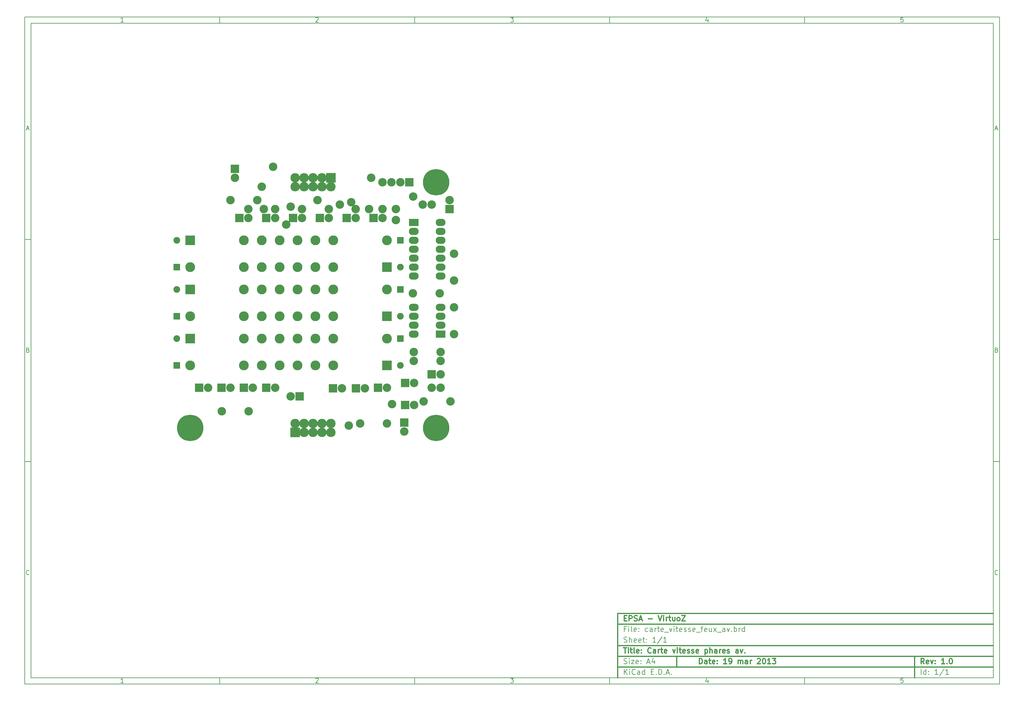
<source format=gts>
G04 (created by PCBNEW-RS274X (2012-01-19 BZR 3256)-stable) date 19/03/2013 15:01:36*
G01*
G70*
G90*
%MOIN*%
G04 Gerber Fmt 3.4, Leading zero omitted, Abs format*
%FSLAX34Y34*%
G04 APERTURE LIST*
%ADD10C,0.006000*%
%ADD11C,0.012000*%
%ADD12C,0.095000*%
%ADD13R,0.095000X0.095000*%
%ADD14R,0.110000X0.082000*%
%ADD15O,0.110000X0.082000*%
%ADD16C,0.295600*%
%ADD17R,0.110000X0.110000*%
%ADD18C,0.110000*%
%ADD19R,0.075000X0.075000*%
%ADD20C,0.075000*%
%ADD21R,0.105000X0.105000*%
%ADD22C,0.105000*%
G04 APERTURE END LIST*
G54D10*
X04000Y-04000D02*
X113000Y-04000D01*
X113000Y-78670D01*
X04000Y-78670D01*
X04000Y-04000D01*
X04700Y-04700D02*
X112300Y-04700D01*
X112300Y-77970D01*
X04700Y-77970D01*
X04700Y-04700D01*
X25800Y-04000D02*
X25800Y-04700D01*
X15043Y-04552D02*
X14757Y-04552D01*
X14900Y-04552D02*
X14900Y-04052D01*
X14852Y-04124D01*
X14805Y-04171D01*
X14757Y-04195D01*
X25800Y-78670D02*
X25800Y-77970D01*
X15043Y-78522D02*
X14757Y-78522D01*
X14900Y-78522D02*
X14900Y-78022D01*
X14852Y-78094D01*
X14805Y-78141D01*
X14757Y-78165D01*
X47600Y-04000D02*
X47600Y-04700D01*
X36557Y-04100D02*
X36581Y-04076D01*
X36629Y-04052D01*
X36748Y-04052D01*
X36795Y-04076D01*
X36819Y-04100D01*
X36843Y-04148D01*
X36843Y-04195D01*
X36819Y-04267D01*
X36533Y-04552D01*
X36843Y-04552D01*
X47600Y-78670D02*
X47600Y-77970D01*
X36557Y-78070D02*
X36581Y-78046D01*
X36629Y-78022D01*
X36748Y-78022D01*
X36795Y-78046D01*
X36819Y-78070D01*
X36843Y-78118D01*
X36843Y-78165D01*
X36819Y-78237D01*
X36533Y-78522D01*
X36843Y-78522D01*
X69400Y-04000D02*
X69400Y-04700D01*
X58333Y-04052D02*
X58643Y-04052D01*
X58476Y-04243D01*
X58548Y-04243D01*
X58595Y-04267D01*
X58619Y-04290D01*
X58643Y-04338D01*
X58643Y-04457D01*
X58619Y-04505D01*
X58595Y-04529D01*
X58548Y-04552D01*
X58405Y-04552D01*
X58357Y-04529D01*
X58333Y-04505D01*
X69400Y-78670D02*
X69400Y-77970D01*
X58333Y-78022D02*
X58643Y-78022D01*
X58476Y-78213D01*
X58548Y-78213D01*
X58595Y-78237D01*
X58619Y-78260D01*
X58643Y-78308D01*
X58643Y-78427D01*
X58619Y-78475D01*
X58595Y-78499D01*
X58548Y-78522D01*
X58405Y-78522D01*
X58357Y-78499D01*
X58333Y-78475D01*
X91200Y-04000D02*
X91200Y-04700D01*
X80395Y-04219D02*
X80395Y-04552D01*
X80276Y-04029D02*
X80157Y-04386D01*
X80467Y-04386D01*
X91200Y-78670D02*
X91200Y-77970D01*
X80395Y-78189D02*
X80395Y-78522D01*
X80276Y-77999D02*
X80157Y-78356D01*
X80467Y-78356D01*
X102219Y-04052D02*
X101981Y-04052D01*
X101957Y-04290D01*
X101981Y-04267D01*
X102029Y-04243D01*
X102148Y-04243D01*
X102195Y-04267D01*
X102219Y-04290D01*
X102243Y-04338D01*
X102243Y-04457D01*
X102219Y-04505D01*
X102195Y-04529D01*
X102148Y-04552D01*
X102029Y-04552D01*
X101981Y-04529D01*
X101957Y-04505D01*
X102219Y-78022D02*
X101981Y-78022D01*
X101957Y-78260D01*
X101981Y-78237D01*
X102029Y-78213D01*
X102148Y-78213D01*
X102195Y-78237D01*
X102219Y-78260D01*
X102243Y-78308D01*
X102243Y-78427D01*
X102219Y-78475D01*
X102195Y-78499D01*
X102148Y-78522D01*
X102029Y-78522D01*
X101981Y-78499D01*
X101957Y-78475D01*
X04000Y-28890D02*
X04700Y-28890D01*
X04231Y-16510D02*
X04469Y-16510D01*
X04184Y-16652D02*
X04350Y-16152D01*
X04517Y-16652D01*
X113000Y-28890D02*
X112300Y-28890D01*
X112531Y-16510D02*
X112769Y-16510D01*
X112484Y-16652D02*
X112650Y-16152D01*
X112817Y-16652D01*
X04000Y-53780D02*
X04700Y-53780D01*
X04386Y-41280D02*
X04457Y-41304D01*
X04481Y-41328D01*
X04505Y-41376D01*
X04505Y-41447D01*
X04481Y-41495D01*
X04457Y-41519D01*
X04410Y-41542D01*
X04219Y-41542D01*
X04219Y-41042D01*
X04386Y-41042D01*
X04433Y-41066D01*
X04457Y-41090D01*
X04481Y-41138D01*
X04481Y-41185D01*
X04457Y-41233D01*
X04433Y-41257D01*
X04386Y-41280D01*
X04219Y-41280D01*
X113000Y-53780D02*
X112300Y-53780D01*
X112686Y-41280D02*
X112757Y-41304D01*
X112781Y-41328D01*
X112805Y-41376D01*
X112805Y-41447D01*
X112781Y-41495D01*
X112757Y-41519D01*
X112710Y-41542D01*
X112519Y-41542D01*
X112519Y-41042D01*
X112686Y-41042D01*
X112733Y-41066D01*
X112757Y-41090D01*
X112781Y-41138D01*
X112781Y-41185D01*
X112757Y-41233D01*
X112733Y-41257D01*
X112686Y-41280D01*
X112519Y-41280D01*
X04505Y-66385D02*
X04481Y-66409D01*
X04410Y-66432D01*
X04362Y-66432D01*
X04290Y-66409D01*
X04243Y-66361D01*
X04219Y-66313D01*
X04195Y-66218D01*
X04195Y-66147D01*
X04219Y-66051D01*
X04243Y-66004D01*
X04290Y-65956D01*
X04362Y-65932D01*
X04410Y-65932D01*
X04481Y-65956D01*
X04505Y-65980D01*
X112805Y-66385D02*
X112781Y-66409D01*
X112710Y-66432D01*
X112662Y-66432D01*
X112590Y-66409D01*
X112543Y-66361D01*
X112519Y-66313D01*
X112495Y-66218D01*
X112495Y-66147D01*
X112519Y-66051D01*
X112543Y-66004D01*
X112590Y-65956D01*
X112662Y-65932D01*
X112710Y-65932D01*
X112781Y-65956D01*
X112805Y-65980D01*
G54D11*
X79443Y-76413D02*
X79443Y-75813D01*
X79586Y-75813D01*
X79671Y-75841D01*
X79729Y-75899D01*
X79757Y-75956D01*
X79786Y-76070D01*
X79786Y-76156D01*
X79757Y-76270D01*
X79729Y-76327D01*
X79671Y-76384D01*
X79586Y-76413D01*
X79443Y-76413D01*
X80300Y-76413D02*
X80300Y-76099D01*
X80271Y-76041D01*
X80214Y-76013D01*
X80100Y-76013D01*
X80043Y-76041D01*
X80300Y-76384D02*
X80243Y-76413D01*
X80100Y-76413D01*
X80043Y-76384D01*
X80014Y-76327D01*
X80014Y-76270D01*
X80043Y-76213D01*
X80100Y-76184D01*
X80243Y-76184D01*
X80300Y-76156D01*
X80500Y-76013D02*
X80729Y-76013D01*
X80586Y-75813D02*
X80586Y-76327D01*
X80614Y-76384D01*
X80672Y-76413D01*
X80729Y-76413D01*
X81157Y-76384D02*
X81100Y-76413D01*
X80986Y-76413D01*
X80929Y-76384D01*
X80900Y-76327D01*
X80900Y-76099D01*
X80929Y-76041D01*
X80986Y-76013D01*
X81100Y-76013D01*
X81157Y-76041D01*
X81186Y-76099D01*
X81186Y-76156D01*
X80900Y-76213D01*
X81443Y-76356D02*
X81471Y-76384D01*
X81443Y-76413D01*
X81414Y-76384D01*
X81443Y-76356D01*
X81443Y-76413D01*
X81443Y-76041D02*
X81471Y-76070D01*
X81443Y-76099D01*
X81414Y-76070D01*
X81443Y-76041D01*
X81443Y-76099D01*
X82500Y-76413D02*
X82157Y-76413D01*
X82329Y-76413D02*
X82329Y-75813D01*
X82272Y-75899D01*
X82214Y-75956D01*
X82157Y-75984D01*
X82785Y-76413D02*
X82900Y-76413D01*
X82957Y-76384D01*
X82985Y-76356D01*
X83043Y-76270D01*
X83071Y-76156D01*
X83071Y-75927D01*
X83043Y-75870D01*
X83014Y-75841D01*
X82957Y-75813D01*
X82843Y-75813D01*
X82785Y-75841D01*
X82757Y-75870D01*
X82728Y-75927D01*
X82728Y-76070D01*
X82757Y-76127D01*
X82785Y-76156D01*
X82843Y-76184D01*
X82957Y-76184D01*
X83014Y-76156D01*
X83043Y-76127D01*
X83071Y-76070D01*
X83785Y-76413D02*
X83785Y-76013D01*
X83785Y-76070D02*
X83813Y-76041D01*
X83871Y-76013D01*
X83956Y-76013D01*
X84013Y-76041D01*
X84042Y-76099D01*
X84042Y-76413D01*
X84042Y-76099D02*
X84071Y-76041D01*
X84128Y-76013D01*
X84213Y-76013D01*
X84271Y-76041D01*
X84299Y-76099D01*
X84299Y-76413D01*
X84842Y-76413D02*
X84842Y-76099D01*
X84813Y-76041D01*
X84756Y-76013D01*
X84642Y-76013D01*
X84585Y-76041D01*
X84842Y-76384D02*
X84785Y-76413D01*
X84642Y-76413D01*
X84585Y-76384D01*
X84556Y-76327D01*
X84556Y-76270D01*
X84585Y-76213D01*
X84642Y-76184D01*
X84785Y-76184D01*
X84842Y-76156D01*
X85128Y-76413D02*
X85128Y-76013D01*
X85128Y-76127D02*
X85156Y-76070D01*
X85185Y-76041D01*
X85242Y-76013D01*
X85299Y-76013D01*
X85927Y-75870D02*
X85956Y-75841D01*
X86013Y-75813D01*
X86156Y-75813D01*
X86213Y-75841D01*
X86242Y-75870D01*
X86270Y-75927D01*
X86270Y-75984D01*
X86242Y-76070D01*
X85899Y-76413D01*
X86270Y-76413D01*
X86641Y-75813D02*
X86698Y-75813D01*
X86755Y-75841D01*
X86784Y-75870D01*
X86813Y-75927D01*
X86841Y-76041D01*
X86841Y-76184D01*
X86813Y-76299D01*
X86784Y-76356D01*
X86755Y-76384D01*
X86698Y-76413D01*
X86641Y-76413D01*
X86584Y-76384D01*
X86555Y-76356D01*
X86527Y-76299D01*
X86498Y-76184D01*
X86498Y-76041D01*
X86527Y-75927D01*
X86555Y-75870D01*
X86584Y-75841D01*
X86641Y-75813D01*
X87412Y-76413D02*
X87069Y-76413D01*
X87241Y-76413D02*
X87241Y-75813D01*
X87184Y-75899D01*
X87126Y-75956D01*
X87069Y-75984D01*
X87612Y-75813D02*
X87983Y-75813D01*
X87783Y-76041D01*
X87869Y-76041D01*
X87926Y-76070D01*
X87955Y-76099D01*
X87983Y-76156D01*
X87983Y-76299D01*
X87955Y-76356D01*
X87926Y-76384D01*
X87869Y-76413D01*
X87697Y-76413D01*
X87640Y-76384D01*
X87612Y-76356D01*
G54D10*
X71043Y-77613D02*
X71043Y-77013D01*
X71386Y-77613D02*
X71129Y-77270D01*
X71386Y-77013D02*
X71043Y-77356D01*
X71643Y-77613D02*
X71643Y-77213D01*
X71643Y-77013D02*
X71614Y-77041D01*
X71643Y-77070D01*
X71671Y-77041D01*
X71643Y-77013D01*
X71643Y-77070D01*
X72272Y-77556D02*
X72243Y-77584D01*
X72157Y-77613D01*
X72100Y-77613D01*
X72015Y-77584D01*
X71957Y-77527D01*
X71929Y-77470D01*
X71900Y-77356D01*
X71900Y-77270D01*
X71929Y-77156D01*
X71957Y-77099D01*
X72015Y-77041D01*
X72100Y-77013D01*
X72157Y-77013D01*
X72243Y-77041D01*
X72272Y-77070D01*
X72786Y-77613D02*
X72786Y-77299D01*
X72757Y-77241D01*
X72700Y-77213D01*
X72586Y-77213D01*
X72529Y-77241D01*
X72786Y-77584D02*
X72729Y-77613D01*
X72586Y-77613D01*
X72529Y-77584D01*
X72500Y-77527D01*
X72500Y-77470D01*
X72529Y-77413D01*
X72586Y-77384D01*
X72729Y-77384D01*
X72786Y-77356D01*
X73329Y-77613D02*
X73329Y-77013D01*
X73329Y-77584D02*
X73272Y-77613D01*
X73158Y-77613D01*
X73100Y-77584D01*
X73072Y-77556D01*
X73043Y-77499D01*
X73043Y-77327D01*
X73072Y-77270D01*
X73100Y-77241D01*
X73158Y-77213D01*
X73272Y-77213D01*
X73329Y-77241D01*
X74072Y-77299D02*
X74272Y-77299D01*
X74358Y-77613D02*
X74072Y-77613D01*
X74072Y-77013D01*
X74358Y-77013D01*
X74615Y-77556D02*
X74643Y-77584D01*
X74615Y-77613D01*
X74586Y-77584D01*
X74615Y-77556D01*
X74615Y-77613D01*
X74901Y-77613D02*
X74901Y-77013D01*
X75044Y-77013D01*
X75129Y-77041D01*
X75187Y-77099D01*
X75215Y-77156D01*
X75244Y-77270D01*
X75244Y-77356D01*
X75215Y-77470D01*
X75187Y-77527D01*
X75129Y-77584D01*
X75044Y-77613D01*
X74901Y-77613D01*
X75501Y-77556D02*
X75529Y-77584D01*
X75501Y-77613D01*
X75472Y-77584D01*
X75501Y-77556D01*
X75501Y-77613D01*
X75758Y-77441D02*
X76044Y-77441D01*
X75701Y-77613D02*
X75901Y-77013D01*
X76101Y-77613D01*
X76301Y-77556D02*
X76329Y-77584D01*
X76301Y-77613D01*
X76272Y-77584D01*
X76301Y-77556D01*
X76301Y-77613D01*
G54D11*
X104586Y-76413D02*
X104386Y-76127D01*
X104243Y-76413D02*
X104243Y-75813D01*
X104471Y-75813D01*
X104529Y-75841D01*
X104557Y-75870D01*
X104586Y-75927D01*
X104586Y-76013D01*
X104557Y-76070D01*
X104529Y-76099D01*
X104471Y-76127D01*
X104243Y-76127D01*
X105071Y-76384D02*
X105014Y-76413D01*
X104900Y-76413D01*
X104843Y-76384D01*
X104814Y-76327D01*
X104814Y-76099D01*
X104843Y-76041D01*
X104900Y-76013D01*
X105014Y-76013D01*
X105071Y-76041D01*
X105100Y-76099D01*
X105100Y-76156D01*
X104814Y-76213D01*
X105300Y-76013D02*
X105443Y-76413D01*
X105585Y-76013D01*
X105814Y-76356D02*
X105842Y-76384D01*
X105814Y-76413D01*
X105785Y-76384D01*
X105814Y-76356D01*
X105814Y-76413D01*
X105814Y-76041D02*
X105842Y-76070D01*
X105814Y-76099D01*
X105785Y-76070D01*
X105814Y-76041D01*
X105814Y-76099D01*
X106871Y-76413D02*
X106528Y-76413D01*
X106700Y-76413D02*
X106700Y-75813D01*
X106643Y-75899D01*
X106585Y-75956D01*
X106528Y-75984D01*
X107128Y-76356D02*
X107156Y-76384D01*
X107128Y-76413D01*
X107099Y-76384D01*
X107128Y-76356D01*
X107128Y-76413D01*
X107528Y-75813D02*
X107585Y-75813D01*
X107642Y-75841D01*
X107671Y-75870D01*
X107700Y-75927D01*
X107728Y-76041D01*
X107728Y-76184D01*
X107700Y-76299D01*
X107671Y-76356D01*
X107642Y-76384D01*
X107585Y-76413D01*
X107528Y-76413D01*
X107471Y-76384D01*
X107442Y-76356D01*
X107414Y-76299D01*
X107385Y-76184D01*
X107385Y-76041D01*
X107414Y-75927D01*
X107442Y-75870D01*
X107471Y-75841D01*
X107528Y-75813D01*
G54D10*
X71014Y-76384D02*
X71100Y-76413D01*
X71243Y-76413D01*
X71300Y-76384D01*
X71329Y-76356D01*
X71357Y-76299D01*
X71357Y-76241D01*
X71329Y-76184D01*
X71300Y-76156D01*
X71243Y-76127D01*
X71129Y-76099D01*
X71071Y-76070D01*
X71043Y-76041D01*
X71014Y-75984D01*
X71014Y-75927D01*
X71043Y-75870D01*
X71071Y-75841D01*
X71129Y-75813D01*
X71271Y-75813D01*
X71357Y-75841D01*
X71614Y-76413D02*
X71614Y-76013D01*
X71614Y-75813D02*
X71585Y-75841D01*
X71614Y-75870D01*
X71642Y-75841D01*
X71614Y-75813D01*
X71614Y-75870D01*
X71843Y-76013D02*
X72157Y-76013D01*
X71843Y-76413D01*
X72157Y-76413D01*
X72614Y-76384D02*
X72557Y-76413D01*
X72443Y-76413D01*
X72386Y-76384D01*
X72357Y-76327D01*
X72357Y-76099D01*
X72386Y-76041D01*
X72443Y-76013D01*
X72557Y-76013D01*
X72614Y-76041D01*
X72643Y-76099D01*
X72643Y-76156D01*
X72357Y-76213D01*
X72900Y-76356D02*
X72928Y-76384D01*
X72900Y-76413D01*
X72871Y-76384D01*
X72900Y-76356D01*
X72900Y-76413D01*
X72900Y-76041D02*
X72928Y-76070D01*
X72900Y-76099D01*
X72871Y-76070D01*
X72900Y-76041D01*
X72900Y-76099D01*
X73614Y-76241D02*
X73900Y-76241D01*
X73557Y-76413D02*
X73757Y-75813D01*
X73957Y-76413D01*
X74414Y-76013D02*
X74414Y-76413D01*
X74271Y-75784D02*
X74128Y-76213D01*
X74500Y-76213D01*
X104243Y-77613D02*
X104243Y-77013D01*
X104786Y-77613D02*
X104786Y-77013D01*
X104786Y-77584D02*
X104729Y-77613D01*
X104615Y-77613D01*
X104557Y-77584D01*
X104529Y-77556D01*
X104500Y-77499D01*
X104500Y-77327D01*
X104529Y-77270D01*
X104557Y-77241D01*
X104615Y-77213D01*
X104729Y-77213D01*
X104786Y-77241D01*
X105072Y-77556D02*
X105100Y-77584D01*
X105072Y-77613D01*
X105043Y-77584D01*
X105072Y-77556D01*
X105072Y-77613D01*
X105072Y-77241D02*
X105100Y-77270D01*
X105072Y-77299D01*
X105043Y-77270D01*
X105072Y-77241D01*
X105072Y-77299D01*
X106129Y-77613D02*
X105786Y-77613D01*
X105958Y-77613D02*
X105958Y-77013D01*
X105901Y-77099D01*
X105843Y-77156D01*
X105786Y-77184D01*
X106814Y-76984D02*
X106300Y-77756D01*
X107329Y-77613D02*
X106986Y-77613D01*
X107158Y-77613D02*
X107158Y-77013D01*
X107101Y-77099D01*
X107043Y-77156D01*
X106986Y-77184D01*
G54D11*
X70957Y-74613D02*
X71300Y-74613D01*
X71129Y-75213D02*
X71129Y-74613D01*
X71500Y-75213D02*
X71500Y-74813D01*
X71500Y-74613D02*
X71471Y-74641D01*
X71500Y-74670D01*
X71528Y-74641D01*
X71500Y-74613D01*
X71500Y-74670D01*
X71700Y-74813D02*
X71929Y-74813D01*
X71786Y-74613D02*
X71786Y-75127D01*
X71814Y-75184D01*
X71872Y-75213D01*
X71929Y-75213D01*
X72215Y-75213D02*
X72157Y-75184D01*
X72129Y-75127D01*
X72129Y-74613D01*
X72671Y-75184D02*
X72614Y-75213D01*
X72500Y-75213D01*
X72443Y-75184D01*
X72414Y-75127D01*
X72414Y-74899D01*
X72443Y-74841D01*
X72500Y-74813D01*
X72614Y-74813D01*
X72671Y-74841D01*
X72700Y-74899D01*
X72700Y-74956D01*
X72414Y-75013D01*
X72957Y-75156D02*
X72985Y-75184D01*
X72957Y-75213D01*
X72928Y-75184D01*
X72957Y-75156D01*
X72957Y-75213D01*
X72957Y-74841D02*
X72985Y-74870D01*
X72957Y-74899D01*
X72928Y-74870D01*
X72957Y-74841D01*
X72957Y-74899D01*
X74043Y-75156D02*
X74014Y-75184D01*
X73928Y-75213D01*
X73871Y-75213D01*
X73786Y-75184D01*
X73728Y-75127D01*
X73700Y-75070D01*
X73671Y-74956D01*
X73671Y-74870D01*
X73700Y-74756D01*
X73728Y-74699D01*
X73786Y-74641D01*
X73871Y-74613D01*
X73928Y-74613D01*
X74014Y-74641D01*
X74043Y-74670D01*
X74557Y-75213D02*
X74557Y-74899D01*
X74528Y-74841D01*
X74471Y-74813D01*
X74357Y-74813D01*
X74300Y-74841D01*
X74557Y-75184D02*
X74500Y-75213D01*
X74357Y-75213D01*
X74300Y-75184D01*
X74271Y-75127D01*
X74271Y-75070D01*
X74300Y-75013D01*
X74357Y-74984D01*
X74500Y-74984D01*
X74557Y-74956D01*
X74843Y-75213D02*
X74843Y-74813D01*
X74843Y-74927D02*
X74871Y-74870D01*
X74900Y-74841D01*
X74957Y-74813D01*
X75014Y-74813D01*
X75128Y-74813D02*
X75357Y-74813D01*
X75214Y-74613D02*
X75214Y-75127D01*
X75242Y-75184D01*
X75300Y-75213D01*
X75357Y-75213D01*
X75785Y-75184D02*
X75728Y-75213D01*
X75614Y-75213D01*
X75557Y-75184D01*
X75528Y-75127D01*
X75528Y-74899D01*
X75557Y-74841D01*
X75614Y-74813D01*
X75728Y-74813D01*
X75785Y-74841D01*
X75814Y-74899D01*
X75814Y-74956D01*
X75528Y-75013D01*
X76471Y-74813D02*
X76614Y-75213D01*
X76756Y-74813D01*
X76985Y-75213D02*
X76985Y-74813D01*
X76985Y-74613D02*
X76956Y-74641D01*
X76985Y-74670D01*
X77013Y-74641D01*
X76985Y-74613D01*
X76985Y-74670D01*
X77185Y-74813D02*
X77414Y-74813D01*
X77271Y-74613D02*
X77271Y-75127D01*
X77299Y-75184D01*
X77357Y-75213D01*
X77414Y-75213D01*
X77842Y-75184D02*
X77785Y-75213D01*
X77671Y-75213D01*
X77614Y-75184D01*
X77585Y-75127D01*
X77585Y-74899D01*
X77614Y-74841D01*
X77671Y-74813D01*
X77785Y-74813D01*
X77842Y-74841D01*
X77871Y-74899D01*
X77871Y-74956D01*
X77585Y-75013D01*
X78099Y-75184D02*
X78156Y-75213D01*
X78271Y-75213D01*
X78328Y-75184D01*
X78356Y-75127D01*
X78356Y-75099D01*
X78328Y-75041D01*
X78271Y-75013D01*
X78185Y-75013D01*
X78128Y-74984D01*
X78099Y-74927D01*
X78099Y-74899D01*
X78128Y-74841D01*
X78185Y-74813D01*
X78271Y-74813D01*
X78328Y-74841D01*
X78585Y-75184D02*
X78642Y-75213D01*
X78757Y-75213D01*
X78814Y-75184D01*
X78842Y-75127D01*
X78842Y-75099D01*
X78814Y-75041D01*
X78757Y-75013D01*
X78671Y-75013D01*
X78614Y-74984D01*
X78585Y-74927D01*
X78585Y-74899D01*
X78614Y-74841D01*
X78671Y-74813D01*
X78757Y-74813D01*
X78814Y-74841D01*
X79328Y-75184D02*
X79271Y-75213D01*
X79157Y-75213D01*
X79100Y-75184D01*
X79071Y-75127D01*
X79071Y-74899D01*
X79100Y-74841D01*
X79157Y-74813D01*
X79271Y-74813D01*
X79328Y-74841D01*
X79357Y-74899D01*
X79357Y-74956D01*
X79071Y-75013D01*
X80071Y-74813D02*
X80071Y-75413D01*
X80071Y-74841D02*
X80128Y-74813D01*
X80242Y-74813D01*
X80299Y-74841D01*
X80328Y-74870D01*
X80357Y-74927D01*
X80357Y-75099D01*
X80328Y-75156D01*
X80299Y-75184D01*
X80242Y-75213D01*
X80128Y-75213D01*
X80071Y-75184D01*
X80614Y-75213D02*
X80614Y-74613D01*
X80871Y-75213D02*
X80871Y-74899D01*
X80842Y-74841D01*
X80785Y-74813D01*
X80700Y-74813D01*
X80642Y-74841D01*
X80614Y-74870D01*
X81414Y-75213D02*
X81414Y-74899D01*
X81385Y-74841D01*
X81328Y-74813D01*
X81214Y-74813D01*
X81157Y-74841D01*
X81414Y-75184D02*
X81357Y-75213D01*
X81214Y-75213D01*
X81157Y-75184D01*
X81128Y-75127D01*
X81128Y-75070D01*
X81157Y-75013D01*
X81214Y-74984D01*
X81357Y-74984D01*
X81414Y-74956D01*
X81700Y-75213D02*
X81700Y-74813D01*
X81700Y-74927D02*
X81728Y-74870D01*
X81757Y-74841D01*
X81814Y-74813D01*
X81871Y-74813D01*
X82299Y-75184D02*
X82242Y-75213D01*
X82128Y-75213D01*
X82071Y-75184D01*
X82042Y-75127D01*
X82042Y-74899D01*
X82071Y-74841D01*
X82128Y-74813D01*
X82242Y-74813D01*
X82299Y-74841D01*
X82328Y-74899D01*
X82328Y-74956D01*
X82042Y-75013D01*
X82556Y-75184D02*
X82613Y-75213D01*
X82728Y-75213D01*
X82785Y-75184D01*
X82813Y-75127D01*
X82813Y-75099D01*
X82785Y-75041D01*
X82728Y-75013D01*
X82642Y-75013D01*
X82585Y-74984D01*
X82556Y-74927D01*
X82556Y-74899D01*
X82585Y-74841D01*
X82642Y-74813D01*
X82728Y-74813D01*
X82785Y-74841D01*
X83785Y-75213D02*
X83785Y-74899D01*
X83756Y-74841D01*
X83699Y-74813D01*
X83585Y-74813D01*
X83528Y-74841D01*
X83785Y-75184D02*
X83728Y-75213D01*
X83585Y-75213D01*
X83528Y-75184D01*
X83499Y-75127D01*
X83499Y-75070D01*
X83528Y-75013D01*
X83585Y-74984D01*
X83728Y-74984D01*
X83785Y-74956D01*
X84014Y-74813D02*
X84157Y-75213D01*
X84299Y-74813D01*
X84528Y-75156D02*
X84556Y-75184D01*
X84528Y-75213D01*
X84499Y-75184D01*
X84528Y-75156D01*
X84528Y-75213D01*
G54D10*
X71243Y-72499D02*
X71043Y-72499D01*
X71043Y-72813D02*
X71043Y-72213D01*
X71329Y-72213D01*
X71557Y-72813D02*
X71557Y-72413D01*
X71557Y-72213D02*
X71528Y-72241D01*
X71557Y-72270D01*
X71585Y-72241D01*
X71557Y-72213D01*
X71557Y-72270D01*
X71929Y-72813D02*
X71871Y-72784D01*
X71843Y-72727D01*
X71843Y-72213D01*
X72385Y-72784D02*
X72328Y-72813D01*
X72214Y-72813D01*
X72157Y-72784D01*
X72128Y-72727D01*
X72128Y-72499D01*
X72157Y-72441D01*
X72214Y-72413D01*
X72328Y-72413D01*
X72385Y-72441D01*
X72414Y-72499D01*
X72414Y-72556D01*
X72128Y-72613D01*
X72671Y-72756D02*
X72699Y-72784D01*
X72671Y-72813D01*
X72642Y-72784D01*
X72671Y-72756D01*
X72671Y-72813D01*
X72671Y-72441D02*
X72699Y-72470D01*
X72671Y-72499D01*
X72642Y-72470D01*
X72671Y-72441D01*
X72671Y-72499D01*
X73671Y-72784D02*
X73614Y-72813D01*
X73500Y-72813D01*
X73442Y-72784D01*
X73414Y-72756D01*
X73385Y-72699D01*
X73385Y-72527D01*
X73414Y-72470D01*
X73442Y-72441D01*
X73500Y-72413D01*
X73614Y-72413D01*
X73671Y-72441D01*
X74185Y-72813D02*
X74185Y-72499D01*
X74156Y-72441D01*
X74099Y-72413D01*
X73985Y-72413D01*
X73928Y-72441D01*
X74185Y-72784D02*
X74128Y-72813D01*
X73985Y-72813D01*
X73928Y-72784D01*
X73899Y-72727D01*
X73899Y-72670D01*
X73928Y-72613D01*
X73985Y-72584D01*
X74128Y-72584D01*
X74185Y-72556D01*
X74471Y-72813D02*
X74471Y-72413D01*
X74471Y-72527D02*
X74499Y-72470D01*
X74528Y-72441D01*
X74585Y-72413D01*
X74642Y-72413D01*
X74756Y-72413D02*
X74985Y-72413D01*
X74842Y-72213D02*
X74842Y-72727D01*
X74870Y-72784D01*
X74928Y-72813D01*
X74985Y-72813D01*
X75413Y-72784D02*
X75356Y-72813D01*
X75242Y-72813D01*
X75185Y-72784D01*
X75156Y-72727D01*
X75156Y-72499D01*
X75185Y-72441D01*
X75242Y-72413D01*
X75356Y-72413D01*
X75413Y-72441D01*
X75442Y-72499D01*
X75442Y-72556D01*
X75156Y-72613D01*
X75556Y-72870D02*
X76013Y-72870D01*
X76099Y-72413D02*
X76242Y-72813D01*
X76384Y-72413D01*
X76613Y-72813D02*
X76613Y-72413D01*
X76613Y-72213D02*
X76584Y-72241D01*
X76613Y-72270D01*
X76641Y-72241D01*
X76613Y-72213D01*
X76613Y-72270D01*
X76813Y-72413D02*
X77042Y-72413D01*
X76899Y-72213D02*
X76899Y-72727D01*
X76927Y-72784D01*
X76985Y-72813D01*
X77042Y-72813D01*
X77470Y-72784D02*
X77413Y-72813D01*
X77299Y-72813D01*
X77242Y-72784D01*
X77213Y-72727D01*
X77213Y-72499D01*
X77242Y-72441D01*
X77299Y-72413D01*
X77413Y-72413D01*
X77470Y-72441D01*
X77499Y-72499D01*
X77499Y-72556D01*
X77213Y-72613D01*
X77727Y-72784D02*
X77784Y-72813D01*
X77899Y-72813D01*
X77956Y-72784D01*
X77984Y-72727D01*
X77984Y-72699D01*
X77956Y-72641D01*
X77899Y-72613D01*
X77813Y-72613D01*
X77756Y-72584D01*
X77727Y-72527D01*
X77727Y-72499D01*
X77756Y-72441D01*
X77813Y-72413D01*
X77899Y-72413D01*
X77956Y-72441D01*
X78213Y-72784D02*
X78270Y-72813D01*
X78385Y-72813D01*
X78442Y-72784D01*
X78470Y-72727D01*
X78470Y-72699D01*
X78442Y-72641D01*
X78385Y-72613D01*
X78299Y-72613D01*
X78242Y-72584D01*
X78213Y-72527D01*
X78213Y-72499D01*
X78242Y-72441D01*
X78299Y-72413D01*
X78385Y-72413D01*
X78442Y-72441D01*
X78956Y-72784D02*
X78899Y-72813D01*
X78785Y-72813D01*
X78728Y-72784D01*
X78699Y-72727D01*
X78699Y-72499D01*
X78728Y-72441D01*
X78785Y-72413D01*
X78899Y-72413D01*
X78956Y-72441D01*
X78985Y-72499D01*
X78985Y-72556D01*
X78699Y-72613D01*
X79099Y-72870D02*
X79556Y-72870D01*
X79613Y-72413D02*
X79842Y-72413D01*
X79699Y-72813D02*
X79699Y-72299D01*
X79727Y-72241D01*
X79785Y-72213D01*
X79842Y-72213D01*
X80270Y-72784D02*
X80213Y-72813D01*
X80099Y-72813D01*
X80042Y-72784D01*
X80013Y-72727D01*
X80013Y-72499D01*
X80042Y-72441D01*
X80099Y-72413D01*
X80213Y-72413D01*
X80270Y-72441D01*
X80299Y-72499D01*
X80299Y-72556D01*
X80013Y-72613D01*
X80813Y-72413D02*
X80813Y-72813D01*
X80556Y-72413D02*
X80556Y-72727D01*
X80584Y-72784D01*
X80642Y-72813D01*
X80727Y-72813D01*
X80784Y-72784D01*
X80813Y-72756D01*
X81042Y-72813D02*
X81356Y-72413D01*
X81042Y-72413D02*
X81356Y-72813D01*
X81442Y-72870D02*
X81899Y-72870D01*
X82299Y-72813D02*
X82299Y-72499D01*
X82270Y-72441D01*
X82213Y-72413D01*
X82099Y-72413D01*
X82042Y-72441D01*
X82299Y-72784D02*
X82242Y-72813D01*
X82099Y-72813D01*
X82042Y-72784D01*
X82013Y-72727D01*
X82013Y-72670D01*
X82042Y-72613D01*
X82099Y-72584D01*
X82242Y-72584D01*
X82299Y-72556D01*
X82528Y-72413D02*
X82671Y-72813D01*
X82813Y-72413D01*
X83042Y-72756D02*
X83070Y-72784D01*
X83042Y-72813D01*
X83013Y-72784D01*
X83042Y-72756D01*
X83042Y-72813D01*
X83328Y-72813D02*
X83328Y-72213D01*
X83328Y-72441D02*
X83385Y-72413D01*
X83499Y-72413D01*
X83556Y-72441D01*
X83585Y-72470D01*
X83614Y-72527D01*
X83614Y-72699D01*
X83585Y-72756D01*
X83556Y-72784D01*
X83499Y-72813D01*
X83385Y-72813D01*
X83328Y-72784D01*
X83871Y-72813D02*
X83871Y-72413D01*
X83871Y-72527D02*
X83899Y-72470D01*
X83928Y-72441D01*
X83985Y-72413D01*
X84042Y-72413D01*
X84499Y-72813D02*
X84499Y-72213D01*
X84499Y-72784D02*
X84442Y-72813D01*
X84328Y-72813D01*
X84270Y-72784D01*
X84242Y-72756D01*
X84213Y-72699D01*
X84213Y-72527D01*
X84242Y-72470D01*
X84270Y-72441D01*
X84328Y-72413D01*
X84442Y-72413D01*
X84499Y-72441D01*
X71014Y-73984D02*
X71100Y-74013D01*
X71243Y-74013D01*
X71300Y-73984D01*
X71329Y-73956D01*
X71357Y-73899D01*
X71357Y-73841D01*
X71329Y-73784D01*
X71300Y-73756D01*
X71243Y-73727D01*
X71129Y-73699D01*
X71071Y-73670D01*
X71043Y-73641D01*
X71014Y-73584D01*
X71014Y-73527D01*
X71043Y-73470D01*
X71071Y-73441D01*
X71129Y-73413D01*
X71271Y-73413D01*
X71357Y-73441D01*
X71614Y-74013D02*
X71614Y-73413D01*
X71871Y-74013D02*
X71871Y-73699D01*
X71842Y-73641D01*
X71785Y-73613D01*
X71700Y-73613D01*
X71642Y-73641D01*
X71614Y-73670D01*
X72385Y-73984D02*
X72328Y-74013D01*
X72214Y-74013D01*
X72157Y-73984D01*
X72128Y-73927D01*
X72128Y-73699D01*
X72157Y-73641D01*
X72214Y-73613D01*
X72328Y-73613D01*
X72385Y-73641D01*
X72414Y-73699D01*
X72414Y-73756D01*
X72128Y-73813D01*
X72899Y-73984D02*
X72842Y-74013D01*
X72728Y-74013D01*
X72671Y-73984D01*
X72642Y-73927D01*
X72642Y-73699D01*
X72671Y-73641D01*
X72728Y-73613D01*
X72842Y-73613D01*
X72899Y-73641D01*
X72928Y-73699D01*
X72928Y-73756D01*
X72642Y-73813D01*
X73099Y-73613D02*
X73328Y-73613D01*
X73185Y-73413D02*
X73185Y-73927D01*
X73213Y-73984D01*
X73271Y-74013D01*
X73328Y-74013D01*
X73528Y-73956D02*
X73556Y-73984D01*
X73528Y-74013D01*
X73499Y-73984D01*
X73528Y-73956D01*
X73528Y-74013D01*
X73528Y-73641D02*
X73556Y-73670D01*
X73528Y-73699D01*
X73499Y-73670D01*
X73528Y-73641D01*
X73528Y-73699D01*
X74585Y-74013D02*
X74242Y-74013D01*
X74414Y-74013D02*
X74414Y-73413D01*
X74357Y-73499D01*
X74299Y-73556D01*
X74242Y-73584D01*
X75270Y-73384D02*
X74756Y-74156D01*
X75785Y-74013D02*
X75442Y-74013D01*
X75614Y-74013D02*
X75614Y-73413D01*
X75557Y-73499D01*
X75499Y-73556D01*
X75442Y-73584D01*
G54D11*
X71043Y-71299D02*
X71243Y-71299D01*
X71329Y-71613D02*
X71043Y-71613D01*
X71043Y-71013D01*
X71329Y-71013D01*
X71586Y-71613D02*
X71586Y-71013D01*
X71814Y-71013D01*
X71872Y-71041D01*
X71900Y-71070D01*
X71929Y-71127D01*
X71929Y-71213D01*
X71900Y-71270D01*
X71872Y-71299D01*
X71814Y-71327D01*
X71586Y-71327D01*
X72157Y-71584D02*
X72243Y-71613D01*
X72386Y-71613D01*
X72443Y-71584D01*
X72472Y-71556D01*
X72500Y-71499D01*
X72500Y-71441D01*
X72472Y-71384D01*
X72443Y-71356D01*
X72386Y-71327D01*
X72272Y-71299D01*
X72214Y-71270D01*
X72186Y-71241D01*
X72157Y-71184D01*
X72157Y-71127D01*
X72186Y-71070D01*
X72214Y-71041D01*
X72272Y-71013D01*
X72414Y-71013D01*
X72500Y-71041D01*
X72728Y-71441D02*
X73014Y-71441D01*
X72671Y-71613D02*
X72871Y-71013D01*
X73071Y-71613D01*
X73728Y-71384D02*
X74185Y-71384D01*
X74842Y-71013D02*
X75042Y-71613D01*
X75242Y-71013D01*
X75442Y-71613D02*
X75442Y-71213D01*
X75442Y-71013D02*
X75413Y-71041D01*
X75442Y-71070D01*
X75470Y-71041D01*
X75442Y-71013D01*
X75442Y-71070D01*
X75728Y-71613D02*
X75728Y-71213D01*
X75728Y-71327D02*
X75756Y-71270D01*
X75785Y-71241D01*
X75842Y-71213D01*
X75899Y-71213D01*
X76013Y-71213D02*
X76242Y-71213D01*
X76099Y-71013D02*
X76099Y-71527D01*
X76127Y-71584D01*
X76185Y-71613D01*
X76242Y-71613D01*
X76699Y-71213D02*
X76699Y-71613D01*
X76442Y-71213D02*
X76442Y-71527D01*
X76470Y-71584D01*
X76528Y-71613D01*
X76613Y-71613D01*
X76670Y-71584D01*
X76699Y-71556D01*
X77071Y-71613D02*
X77013Y-71584D01*
X76985Y-71556D01*
X76956Y-71499D01*
X76956Y-71327D01*
X76985Y-71270D01*
X77013Y-71241D01*
X77071Y-71213D01*
X77156Y-71213D01*
X77213Y-71241D01*
X77242Y-71270D01*
X77271Y-71327D01*
X77271Y-71499D01*
X77242Y-71556D01*
X77213Y-71584D01*
X77156Y-71613D01*
X77071Y-71613D01*
X77471Y-71013D02*
X77871Y-71013D01*
X77471Y-71613D01*
X77871Y-71613D01*
X70300Y-70770D02*
X70300Y-77970D01*
X70300Y-71970D02*
X112300Y-71970D01*
X70300Y-70770D02*
X112300Y-70770D01*
X70300Y-74370D02*
X112300Y-74370D01*
X103500Y-75570D02*
X103500Y-77970D01*
X70300Y-76770D02*
X112300Y-76770D01*
X70300Y-75570D02*
X112300Y-75570D01*
X76900Y-75570D02*
X76900Y-76770D01*
G54D12*
X48500Y-25000D03*
X49500Y-25000D03*
X49500Y-45500D03*
X50500Y-45500D03*
G54D13*
X49500Y-44000D03*
G54D12*
X50500Y-44000D03*
G54D13*
X51500Y-25500D03*
G54D12*
X51500Y-24500D03*
G54D14*
X47500Y-27000D03*
G54D15*
X47500Y-28000D03*
X47500Y-29000D03*
X47500Y-30000D03*
X47500Y-31000D03*
X47500Y-32000D03*
X47500Y-33000D03*
X50500Y-33000D03*
X50500Y-32000D03*
X50500Y-31000D03*
X50500Y-30000D03*
X50500Y-29000D03*
X50500Y-28000D03*
X50500Y-27000D03*
G54D14*
X50500Y-39500D03*
G54D15*
X50500Y-38500D03*
X50500Y-37500D03*
X50500Y-36500D03*
X47500Y-36500D03*
X47500Y-37500D03*
X47500Y-38500D03*
X47500Y-39500D03*
G54D13*
X38476Y-45571D03*
G54D12*
X39476Y-45571D03*
G54D13*
X46547Y-47441D03*
G54D12*
X47547Y-47441D03*
G54D13*
X26000Y-45500D03*
G54D12*
X27000Y-45500D03*
G54D13*
X46547Y-44980D03*
G54D12*
X47547Y-44980D03*
G54D13*
X41035Y-45571D03*
G54D12*
X42035Y-45571D03*
G54D13*
X23500Y-45500D03*
G54D12*
X24500Y-45500D03*
G54D13*
X43500Y-45500D03*
G54D12*
X44500Y-45500D03*
G54D13*
X28500Y-45500D03*
G54D12*
X29500Y-45500D03*
G54D13*
X31000Y-45500D03*
G54D12*
X32000Y-45500D03*
X44000Y-22500D03*
X45000Y-22500D03*
G54D13*
X47000Y-22500D03*
G54D12*
X46000Y-22500D03*
G54D13*
X46457Y-49402D03*
G54D12*
X46457Y-50402D03*
G54D13*
X27500Y-21000D03*
G54D12*
X27500Y-22000D03*
X48598Y-47047D03*
X51598Y-47047D03*
X52000Y-30500D03*
X52000Y-33500D03*
X50417Y-34941D03*
X47417Y-34941D03*
X41512Y-49508D03*
X44512Y-49508D03*
X30000Y-24500D03*
X27000Y-24500D03*
X50500Y-41500D03*
X47500Y-41500D03*
X47500Y-42500D03*
X50500Y-42500D03*
X52000Y-36500D03*
X52000Y-39500D03*
G54D13*
X34752Y-46457D03*
G54D12*
X33752Y-46457D03*
X26059Y-48130D03*
X29059Y-48130D03*
G54D13*
X37000Y-26500D03*
G54D12*
X38000Y-26500D03*
X38000Y-25500D03*
G54D13*
X31000Y-26500D03*
G54D12*
X32000Y-26500D03*
X32000Y-25500D03*
G54D13*
X40000Y-26500D03*
G54D12*
X41000Y-26500D03*
X41000Y-25500D03*
G54D13*
X34000Y-26500D03*
G54D12*
X35000Y-26500D03*
X35000Y-25500D03*
G54D13*
X43000Y-26500D03*
G54D12*
X44000Y-26500D03*
X44000Y-25500D03*
G54D13*
X28000Y-26500D03*
G54D12*
X29000Y-26500D03*
X29000Y-25500D03*
G54D16*
X50000Y-50000D03*
X50000Y-22500D03*
X22500Y-50000D03*
G54D17*
X44500Y-43000D03*
G54D18*
X44500Y-40000D03*
X38500Y-43000D03*
X38500Y-40000D03*
X36500Y-43000D03*
X36500Y-40000D03*
X34500Y-43000D03*
X34500Y-40000D03*
G54D17*
X44500Y-37500D03*
G54D18*
X44500Y-34500D03*
X38500Y-37500D03*
X38500Y-34500D03*
X36500Y-37500D03*
X36500Y-34500D03*
X34500Y-37500D03*
X34500Y-34500D03*
G54D17*
X44500Y-32000D03*
G54D18*
X44500Y-29000D03*
X38500Y-32000D03*
X38500Y-29000D03*
X36500Y-32000D03*
X36500Y-29000D03*
X34500Y-32000D03*
X34500Y-29000D03*
G54D17*
X22500Y-40000D03*
G54D18*
X22500Y-43000D03*
X28500Y-40000D03*
X28500Y-43000D03*
X30500Y-40000D03*
X30500Y-43000D03*
X32500Y-40000D03*
X32500Y-43000D03*
G54D17*
X22500Y-34500D03*
G54D18*
X22500Y-37500D03*
X28500Y-34500D03*
X28500Y-37500D03*
X30500Y-34500D03*
X30500Y-37500D03*
X32500Y-34500D03*
X32500Y-37500D03*
G54D17*
X22500Y-29000D03*
G54D18*
X22500Y-32000D03*
X28500Y-29000D03*
X28500Y-32000D03*
X30500Y-29000D03*
X30500Y-32000D03*
X32500Y-29000D03*
X32500Y-32000D03*
G54D19*
X46000Y-40000D03*
G54D20*
X46000Y-43000D03*
G54D19*
X46000Y-34500D03*
G54D20*
X46000Y-37500D03*
G54D19*
X46000Y-29000D03*
G54D20*
X46000Y-32000D03*
G54D19*
X21000Y-43000D03*
G54D20*
X21000Y-40000D03*
G54D19*
X21000Y-37500D03*
G54D20*
X21000Y-34500D03*
G54D19*
X21000Y-32000D03*
G54D20*
X21000Y-29000D03*
G54D21*
X38250Y-22000D03*
G54D22*
X38250Y-23000D03*
X37250Y-22000D03*
X37250Y-23000D03*
X36250Y-22000D03*
X36250Y-23000D03*
X35250Y-22000D03*
X35250Y-23000D03*
X34250Y-22000D03*
X34250Y-23000D03*
G54D21*
X34250Y-50500D03*
G54D22*
X34250Y-49500D03*
X35250Y-50500D03*
X35250Y-49500D03*
X36250Y-50500D03*
X36250Y-49500D03*
X37250Y-50500D03*
X37250Y-49500D03*
X38250Y-50500D03*
X38250Y-49500D03*
G54D12*
X40250Y-49750D03*
X45079Y-47343D03*
X33250Y-27250D03*
X40500Y-24750D03*
X30750Y-25500D03*
X45500Y-26750D03*
X33750Y-25250D03*
X42500Y-25500D03*
X47441Y-24114D03*
X42750Y-22000D03*
X36750Y-24500D03*
X30500Y-23000D03*
X39250Y-25000D03*
X45500Y-25500D03*
X31791Y-20768D03*
M02*

</source>
